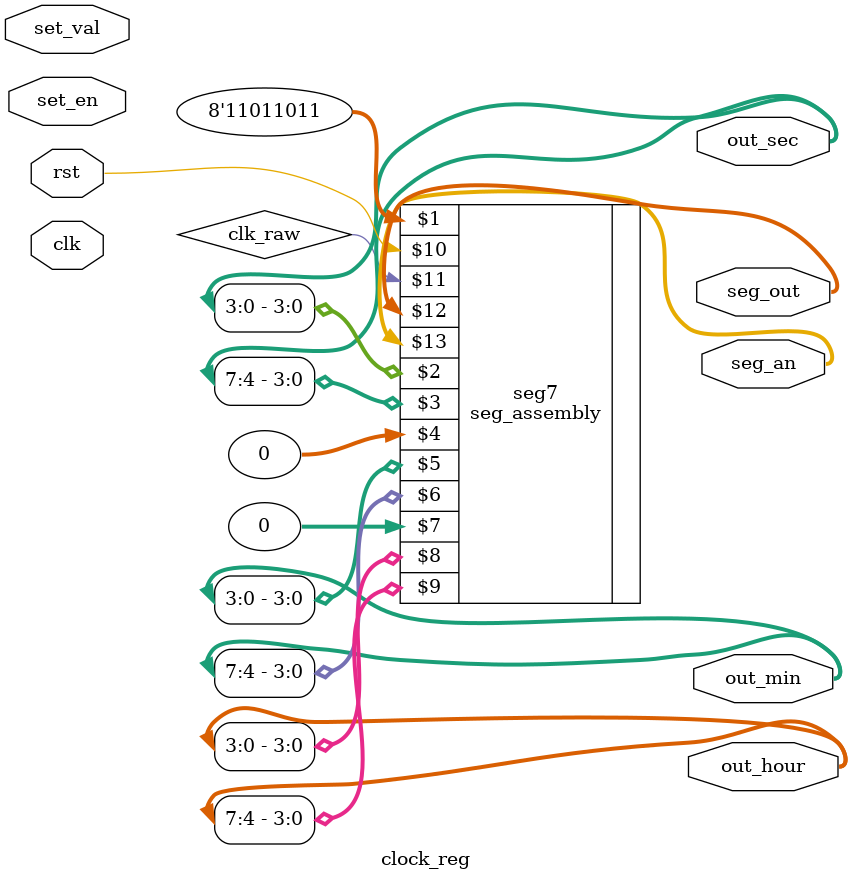
<source format=v>
`timescale 1ns / 1ps


module clock_reg(
input clk,
input rst,
input [5:0]set_en,
input [3:0]set_val,
//input [7:0] set_sec,
//input [7:0] set_min,
//input [7:0] set_hour
output [7:0] out_sec,
output [7:0] out_min,
output [7:0] out_hour,
//input sw_en,
output wire [7:0] seg_out,//段信号，包括小数�??
output wire [7:0] seg_an//管�?�择使能信号
// output led1,
// output led2
    );

    seg_assembly seg7(8'b11011011,out_sec[3:0],out_sec[7:4],0,out_min[3:0],out_min[7:4],0,out_hour[3:0],out_hour[7:4],rst,clk_raw,seg_out,seg_an);

endmodule

</source>
